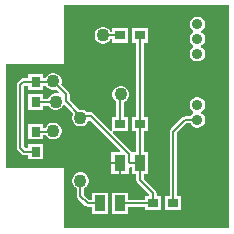
<source format=gtl>
G04*
G04 #@! TF.GenerationSoftware,Altium Limited,Altium Designer,23.8.1 (32)*
G04*
G04 Layer_Physical_Order=1*
G04 Layer_Color=255*
%FSLAX44Y44*%
%MOMM*%
G71*
G04*
G04 #@! TF.SameCoordinates,643DEE84-9218-40C6-A46F-D78355EBE29C*
G04*
G04*
G04 #@! TF.FilePolarity,Positive*
G04*
G01*
G75*
%ADD10C,0.2000*%
%ADD12R,0.8000X0.9000*%
%ADD13R,0.9000X0.8000*%
%ADD14R,0.9500X1.4000*%
%ADD22C,0.9000*%
%ADD23C,0.7000*%
%ADD24C,1.1000*%
G36*
X194392Y5608D02*
X55000D01*
Y57000D01*
X5608D01*
Y145000D01*
X55000D01*
Y194392D01*
X194392D01*
Y5608D01*
D02*
G37*
%LPC*%
G36*
X88922Y176000D02*
X87078D01*
X85298Y175523D01*
X83702Y174601D01*
X82399Y173298D01*
X81477Y171702D01*
X81000Y169922D01*
Y168078D01*
X81477Y166298D01*
X82399Y164702D01*
X83702Y163399D01*
X85298Y162477D01*
X87078Y162000D01*
X88922D01*
X90702Y162477D01*
X92298Y163399D01*
X93601Y164702D01*
X94317Y165941D01*
X96000D01*
Y163000D01*
X109000D01*
Y175000D01*
X96000D01*
Y172059D01*
X94317D01*
X93601Y173298D01*
X92298Y174601D01*
X90702Y175523D01*
X88922Y176000D01*
D02*
G37*
G36*
X168856Y185000D02*
X167144D01*
X165491Y184557D01*
X164009Y183701D01*
X162799Y182491D01*
X161943Y181009D01*
X161500Y179356D01*
Y177644D01*
X161943Y175991D01*
X162799Y174509D01*
X164009Y173299D01*
X164555Y172983D01*
Y171517D01*
X164009Y171201D01*
X162799Y169991D01*
X161943Y168509D01*
X161500Y166856D01*
Y165144D01*
X161943Y163491D01*
X162799Y162009D01*
X164009Y160799D01*
X164555Y160483D01*
Y159017D01*
X164009Y158701D01*
X162799Y157491D01*
X161943Y156009D01*
X161500Y154356D01*
Y152644D01*
X161943Y150991D01*
X162799Y149509D01*
X164009Y148299D01*
X165491Y147443D01*
X167144Y147000D01*
X168856D01*
X170509Y147443D01*
X171991Y148299D01*
X173201Y149509D01*
X174057Y150991D01*
X174500Y152644D01*
Y154356D01*
X174057Y156009D01*
X173201Y157491D01*
X171991Y158701D01*
X171445Y159017D01*
Y160483D01*
X171991Y160799D01*
X173201Y162009D01*
X174057Y163491D01*
X174500Y165144D01*
Y166856D01*
X174057Y168509D01*
X173201Y169991D01*
X171991Y171201D01*
X171445Y171517D01*
Y172983D01*
X171991Y173299D01*
X173201Y174509D01*
X174057Y175991D01*
X174500Y177644D01*
Y179356D01*
X174057Y181009D01*
X173201Y182491D01*
X171991Y183701D01*
X170509Y184557D01*
X168856Y185000D01*
D02*
G37*
G36*
Y116500D02*
X167144D01*
X165491Y116057D01*
X164009Y115201D01*
X162799Y113991D01*
X161943Y112509D01*
X161500Y110856D01*
Y109144D01*
X161943Y107491D01*
X162799Y106009D01*
X164009Y104799D01*
X164555Y104483D01*
Y103017D01*
X164009Y102701D01*
X162799Y101491D01*
X162260Y100559D01*
X157500D01*
X157500Y100559D01*
X156329Y100326D01*
X155337Y99663D01*
X155337Y99663D01*
X145337Y89663D01*
X144674Y88671D01*
X144441Y87500D01*
X144441Y87500D01*
Y33000D01*
X141000D01*
Y21000D01*
X154000D01*
Y33000D01*
X150559D01*
Y86233D01*
X158767Y94441D01*
X162260D01*
X162799Y93509D01*
X164009Y92299D01*
X165491Y91443D01*
X167144Y91000D01*
X168856D01*
X170509Y91443D01*
X171991Y92299D01*
X173201Y93509D01*
X174057Y94991D01*
X174500Y96644D01*
Y98356D01*
X174057Y100009D01*
X173201Y101491D01*
X171991Y102701D01*
X171445Y103017D01*
Y104483D01*
X171991Y104799D01*
X173201Y106009D01*
X174057Y107491D01*
X174500Y109144D01*
Y110856D01*
X174057Y112509D01*
X173201Y113991D01*
X171991Y115201D01*
X170509Y116057D01*
X168856Y116500D01*
D02*
G37*
G36*
X46922Y95000D02*
X45078D01*
X43298Y94523D01*
X41702Y93601D01*
X40399Y92298D01*
X39477Y90702D01*
X39439Y90559D01*
X37000D01*
Y94000D01*
X25000D01*
Y81000D01*
X37000D01*
Y84441D01*
X39972D01*
X40399Y83702D01*
X41702Y82399D01*
X43298Y81477D01*
X45078Y81000D01*
X46922D01*
X48702Y81477D01*
X50298Y82399D01*
X51601Y83702D01*
X52523Y85298D01*
X53000Y87078D01*
Y88922D01*
X52523Y90702D01*
X51601Y92298D01*
X50298Y93601D01*
X48702Y94523D01*
X46922Y95000D01*
D02*
G37*
G36*
X126000Y175000D02*
X113000D01*
Y163000D01*
X116441D01*
Y100000D01*
X113000D01*
Y88000D01*
X116441D01*
Y70000D01*
X112750D01*
X112057Y70983D01*
X111913Y71198D01*
X111913Y71199D01*
X96381Y86730D01*
X96907Y88000D01*
X109000D01*
Y100000D01*
X105559D01*
Y112439D01*
X105702Y112477D01*
X107298Y113399D01*
X108601Y114702D01*
X109523Y116298D01*
X110000Y118078D01*
Y119922D01*
X109523Y121702D01*
X108601Y123298D01*
X107298Y124601D01*
X105702Y125523D01*
X103922Y126000D01*
X102078D01*
X100298Y125523D01*
X98702Y124601D01*
X97399Y123298D01*
X96477Y121702D01*
X96000Y119922D01*
Y118078D01*
X96477Y116298D01*
X97399Y114702D01*
X98702Y113399D01*
X99441Y112972D01*
Y100000D01*
X96000D01*
Y88907D01*
X94730Y88381D01*
X79948Y103163D01*
X78956Y103826D01*
X77786Y104059D01*
X77785Y104059D01*
X73841D01*
X73298Y104601D01*
X71702Y105523D01*
X69922Y106000D01*
X68326D01*
X59950Y114376D01*
Y119109D01*
X59950Y119109D01*
X59717Y120279D01*
X59054Y121272D01*
X59054Y121272D01*
X52630Y127696D01*
X53000Y129078D01*
Y130922D01*
X52523Y132702D01*
X51601Y134298D01*
X50298Y135601D01*
X48702Y136523D01*
X46922Y137000D01*
X45078D01*
X43298Y136523D01*
X41702Y135601D01*
X40399Y134298D01*
X39477Y132702D01*
X39439Y132559D01*
X37000D01*
Y136000D01*
X25000D01*
Y132559D01*
X20250D01*
X19080Y132326D01*
X18087Y131663D01*
X18087Y131663D01*
X15837Y129413D01*
X15174Y128420D01*
X14941Y127250D01*
X14941Y127250D01*
Y74000D01*
X14941Y74000D01*
X15174Y72829D01*
X15837Y71837D01*
X19337Y68337D01*
X19337Y68337D01*
X20329Y67674D01*
X21500Y67441D01*
X25000D01*
Y64000D01*
X37000D01*
Y77000D01*
X25000D01*
Y73559D01*
X22767D01*
X21059Y75267D01*
Y125983D01*
X21517Y126441D01*
X25000D01*
Y123000D01*
X37000D01*
Y126441D01*
X39972D01*
X40399Y125702D01*
X41702Y124399D01*
X43298Y123477D01*
X45078Y123000D01*
X46922D01*
X48304Y123370D01*
X50886Y120788D01*
X50228Y119650D01*
X48922Y120000D01*
X47078D01*
X45298Y119523D01*
X43702Y118601D01*
X42399Y117298D01*
X41477Y115702D01*
X41439Y115559D01*
X37000D01*
Y119000D01*
X25000D01*
Y106000D01*
X37000D01*
Y109441D01*
X41972D01*
X42399Y108702D01*
X43702Y107399D01*
X45298Y106477D01*
X47078Y106000D01*
X48922D01*
X50702Y106477D01*
X52298Y107399D01*
X53601Y108702D01*
X54178Y109700D01*
X55580Y109988D01*
X55730Y109944D01*
X63024Y102650D01*
X62477Y101702D01*
X62000Y99922D01*
Y98078D01*
X62477Y96298D01*
X63399Y94702D01*
X64702Y93399D01*
X66298Y92477D01*
X68078Y92000D01*
X69922D01*
X71702Y92477D01*
X73298Y93399D01*
X74601Y94702D01*
X75523Y96298D01*
X75701Y96963D01*
X77118Y97342D01*
X102786Y71673D01*
X102300Y70500D01*
X95250D01*
Y62250D01*
X102500D01*
Y61000D01*
X103750D01*
Y51500D01*
X109750D01*
Y56879D01*
X110922Y57941D01*
X110922Y57941D01*
X112750D01*
Y52000D01*
X116441D01*
Y46500D01*
X116441Y46500D01*
X116674Y45329D01*
X117337Y44337D01*
X127404Y34270D01*
X127352Y33000D01*
X124000D01*
Y30059D01*
X109250D01*
Y36000D01*
X95750D01*
Y18000D01*
X109250D01*
Y23941D01*
X124000D01*
Y21000D01*
X137000D01*
Y33000D01*
X133559D01*
Y35500D01*
X133559Y35500D01*
X133326Y36671D01*
X132663Y37663D01*
X122559Y47767D01*
Y52000D01*
X126250D01*
Y70000D01*
X122559D01*
Y88000D01*
X126000D01*
Y100000D01*
X122559D01*
Y163000D01*
X126000D01*
Y175000D01*
D02*
G37*
G36*
X101250Y59750D02*
X95250D01*
Y51500D01*
X101250D01*
Y59750D01*
D02*
G37*
G36*
X69922Y53000D02*
X68078D01*
X66298Y52523D01*
X64702Y51601D01*
X63399Y50298D01*
X62477Y48702D01*
X62000Y46922D01*
Y45078D01*
X62477Y43298D01*
X63399Y41702D01*
X64702Y40399D01*
X65941Y39683D01*
Y33000D01*
X65941Y33000D01*
X66174Y31830D01*
X66837Y30837D01*
X72837Y24837D01*
X72837Y24837D01*
X73829Y24174D01*
X75000Y23941D01*
X78750D01*
Y18000D01*
X92250D01*
Y36000D01*
X78750D01*
Y30059D01*
X76267D01*
X72059Y34267D01*
Y39683D01*
X73298Y40399D01*
X74601Y41702D01*
X75523Y43298D01*
X76000Y45078D01*
Y46922D01*
X75523Y48702D01*
X74601Y50298D01*
X73298Y51601D01*
X71702Y52523D01*
X69922Y53000D01*
D02*
G37*
%LPD*%
D10*
X102500Y118500D02*
X103000Y119000D01*
X102500Y94000D02*
Y118500D01*
X69000Y99000D02*
Y101000D01*
X88000Y169000D02*
X102500D01*
X18000Y127250D02*
X20250Y129500D01*
X18000Y74000D02*
Y127250D01*
X20250Y129500D02*
X45500D01*
X18000Y74000D02*
X21500Y70500D01*
X31000D01*
X69000Y101000D02*
X77786D01*
X109750Y69036D01*
X56891Y113109D02*
X69000Y101000D01*
X110922Y61000D02*
X119500D01*
X109750Y62172D02*
X110922Y61000D01*
X109750Y62172D02*
Y69036D01*
X119500Y61000D02*
Y68000D01*
X56891Y113109D02*
Y119109D01*
X46000Y130000D02*
X56891Y119109D01*
X75000Y27000D02*
X85500Y27000D01*
X69000Y33000D02*
Y46000D01*
Y33000D02*
X75000Y27000D01*
X119500Y94000D02*
Y169000D01*
Y68000D02*
Y94000D01*
X119500Y68000D02*
X119500Y68000D01*
X119500Y46500D02*
X130500Y35500D01*
Y27000D02*
Y35500D01*
X119500Y46500D02*
Y61000D01*
X102500Y27000D02*
X130500D01*
X147500D02*
Y87500D01*
X157500Y97500D02*
X168000D01*
X147500Y87500D02*
X157500Y97500D01*
X47500Y112500D02*
X48000Y113000D01*
X31000Y112500D02*
X47500D01*
X45500Y129500D02*
X46000Y130000D01*
X45500Y87500D02*
X46000Y88000D01*
X31000Y87500D02*
X45500D01*
D12*
X31000D02*
D03*
Y70500D02*
D03*
Y129500D02*
D03*
Y112500D02*
D03*
D13*
X102500Y169000D02*
D03*
X119500D02*
D03*
X102500Y94000D02*
D03*
X119500D02*
D03*
X130500Y27000D02*
D03*
X147500D02*
D03*
D14*
X102500D02*
D03*
X85500D02*
D03*
X119500Y61000D02*
D03*
X102500D02*
D03*
D22*
X168000Y97500D02*
D03*
Y110000D02*
D03*
Y166000D02*
D03*
Y178500D02*
D03*
Y153500D02*
D03*
D23*
X35000Y100000D02*
D03*
X10000Y135000D02*
D03*
Y65000D02*
D03*
X155000D02*
D03*
X95000Y155000D02*
D03*
X65000Y175000D02*
D03*
X135000Y65000D02*
D03*
Y80000D02*
D03*
Y95000D02*
D03*
Y125000D02*
D03*
Y140000D02*
D03*
X75000Y185000D02*
D03*
X45000Y65000D02*
D03*
X65000Y10000D02*
D03*
X180000Y20000D02*
D03*
Y35000D02*
D03*
Y50000D02*
D03*
Y65000D02*
D03*
D24*
X85000Y47000D02*
D03*
X103000Y119000D02*
D03*
X69000Y99000D02*
D03*
X88000Y169000D02*
D03*
X61000Y156000D02*
D03*
X48000Y113000D02*
D03*
X46000Y130000D02*
D03*
Y88000D02*
D03*
X69000Y46000D02*
D03*
M02*

</source>
